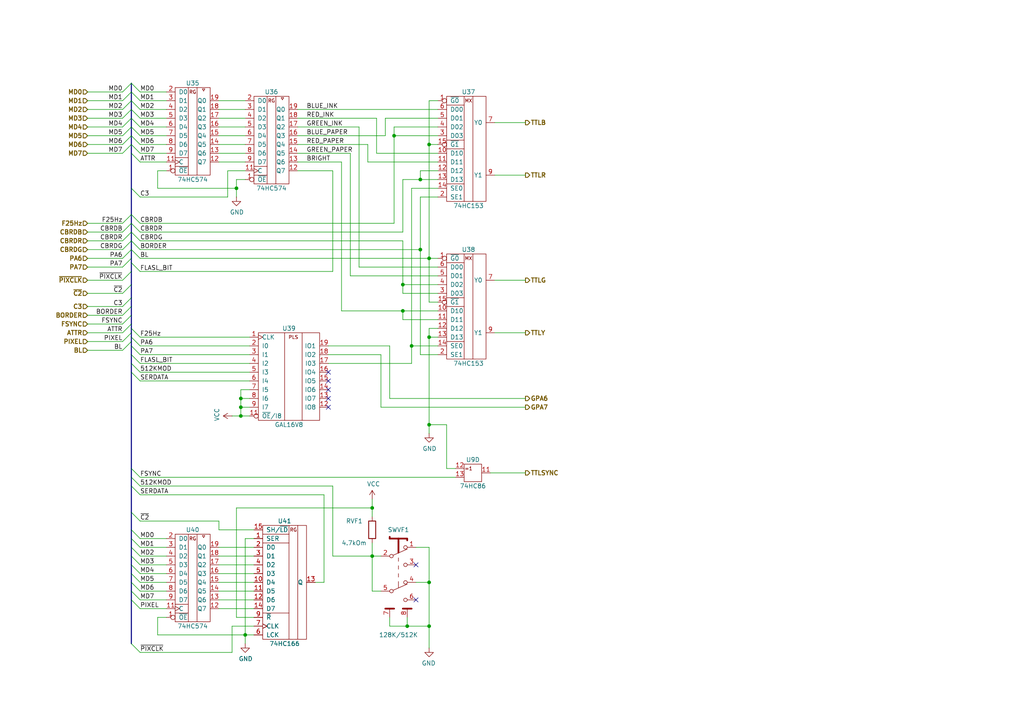
<source format=kicad_sch>
(kicad_sch (version 20231120) (generator "eeschema") (generator_version "8.0")
  (paper "A4")
  (lib_symbols
    (symbol "74IEC:74HC153" (pin_names (offset 1.016))
      (property "Reference" "U" (at 0 16.51 0))
      (property "Value" "74HC153" (at 0 -16.51 0))
      (symbol "74HC153_0_0"
        (polyline (pts (xy -6.35 -10.16) (xy -1.27 -10.16)))
        (polyline (pts (xy -6.35 0) (xy -1.27 0)))
        (polyline (pts (xy -6.35 2.54) (xy -1.27 2.54)))
        (polyline (pts (xy -6.35 12.7) (xy -1.27 12.7)))
        (text "MX" (at 0 13.97 0) (effects (font (size 1 1))))
      )
      (symbol "74HC153_0_1"
        (rectangle (start -6.35 -15.24) (end 5.08 15.24))
        (polyline (pts (xy -1.27 15.24) (xy -1.27 -15.24)))
        (polyline (pts (xy 1.27 -15.24) (xy 1.27 15.24)))
        (pin power_in line (at 5.08 15.24 180) (length 0) hide (name "VCC") (number "16"))
        (pin power_in line (at 5.08 -15.24 180) (length 0) hide (name "GND") (number "8"))
      )
      (symbol "74HC153_1_1"
        (pin input inverted (at -8.89 13.97 0) (length 2.54) (name "~{G0}") (number "1"))
        (pin input line (at -8.89 -1.27 0) (length 2.54) (name "D10") (number "10"))
        (pin input line (at -8.89 -3.81 0) (length 2.54) (name "D11") (number "11"))
        (pin input line (at -8.89 -6.35 0) (length 2.54) (name "D12") (number "12"))
        (pin input line (at -8.89 -8.89 0) (length 2.54) (name "D13") (number "13"))
        (pin input line (at -8.89 -11.43 0) (length 2.54) (name "SE0") (number "14"))
        (pin input inverted (at -8.89 1.27 0) (length 2.54) (name "~{G1}") (number "15"))
        (pin input line (at -8.89 -13.97 0) (length 2.54) (name "SE1") (number "2"))
        (pin input line (at -8.89 3.81 0) (length 2.54) (name "D03") (number "3"))
        (pin input line (at -8.89 6.35 0) (length 2.54) (name "D02") (number "4"))
        (pin input line (at -8.89 8.89 0) (length 2.54) (name "D01") (number "5"))
        (pin input line (at -8.89 11.43 0) (length 2.54) (name "D00") (number "6"))
        (pin output line (at 7.62 7.62 180) (length 2.54) (name "Y0") (number "7"))
        (pin output line (at 7.62 -7.62 180) (length 2.54) (name "Y1") (number "9"))
      )
    )
    (symbol "74IEC:74HC166" (pin_names (offset 1.016))
      (property "Reference" "U" (at 0 17.78 0))
      (property "Value" "74HC166" (at 0 -17.78 0))
      (symbol "74HC166_0_0"
        (polyline (pts (xy -6.35 13.97) (xy 1.27 13.97)))
        (polyline (pts (xy 3.81 16.51) (xy 3.81 -16.51)))
        (text "RG" (at 2.54 15.24 0) (effects (font (size 1 1))))
      )
      (symbol "74HC166_0_1"
        (rectangle (start -6.35 16.51) (end 6.35 -16.51))
        (polyline (pts (xy -6.35 -8.89) (xy 1.27 -8.89)))
        (polyline (pts (xy -6.35 11.43) (xy 1.27 11.43)))
        (polyline (pts (xy 1.27 13.97) (xy 1.27 16.51) (xy 1.27 -15.24) (xy 1.27 -16.51)))
        (pin power_in line (at 6.35 16.51 180) (length 0) hide (name "VCC") (number "16"))
        (pin power_in line (at 6.35 -16.51 180) (length 0) hide (name "GND") (number "8"))
      )
      (symbol "74HC166_1_1"
        (pin input line (at -8.89 12.7 0) (length 2.54) (name "SER") (number "1"))
        (pin input line (at -8.89 0 0) (length 2.54) (name "D4") (number "10"))
        (pin input line (at -8.89 -2.54 0) (length 2.54) (name "D5") (number "11"))
        (pin input line (at -8.89 -5.08 0) (length 2.54) (name "D6") (number "12"))
        (pin output line (at 8.89 0 180) (length 2.54) (name "Q") (number "13"))
        (pin input line (at -8.89 -7.62 0) (length 2.54) (name "D7") (number "14"))
        (pin input line (at -8.89 15.24 0) (length 2.54) (name "SH/~{LD}") (number "15"))
        (pin input line (at -8.89 10.16 0) (length 2.54) (name "D0") (number "2"))
        (pin input line (at -8.89 7.62 0) (length 2.54) (name "D1") (number "3"))
        (pin input line (at -8.89 5.08 0) (length 2.54) (name "D2") (number "4"))
        (pin input line (at -8.89 2.54 0) (length 2.54) (name "D3") (number "5"))
        (pin input line (at -8.89 -15.24 0) (length 2.54) (name "LCK") (number "6"))
        (pin input clock (at -8.89 -12.7 0) (length 2.54) (name "CLK") (number "7"))
        (pin input line (at -8.89 -10.16 0) (length 2.54) (name "~{R}") (number "9"))
      )
    )
    (symbol "74IEC:74HC574" (pin_names (offset 1.016))
      (property "Reference" "U" (at 0 13.97 0))
      (property "Value" "74HC574" (at 0 -13.97 0))
      (symbol "74HC574_0_1"
        (polyline (pts (xy -5.08 -7.62) (xy -1.27 -7.62)))
        (polyline (pts (xy -1.27 -10.16) (xy -5.08 -10.16)))
        (polyline (pts (xy -1.27 12.7) (xy -1.27 -12.7)))
        (polyline (pts (xy 1.27 -12.7) (xy 1.27 12.7)))
        (polyline (pts (xy 3.175 11.684) (xy 2.794 12.319) (xy 3.556 12.319) (xy 3.175 11.684)))
      )
      (symbol "74HC574_1_1"
        (rectangle (start -5.08 -12.7) (end 5.08 12.7))
        (text "RG" (at 0 11.43 0) (effects (font (size 1 1))))
        (pin input inverted (at -7.62 -11.43 0) (length 2.54) (name "~{OE}") (number "1"))
        (pin power_in line (at 5.08 -12.7 180) (length 0) hide (name "GND") (number "10"))
        (pin input clock (at -7.62 -8.89 0) (length 2.54) (name "C") (number "11"))
        (pin tri_state line (at 7.62 -8.89 180) (length 2.54) (name "Q7") (number "12"))
        (pin tri_state line (at 7.62 -6.35 180) (length 2.54) (name "Q6") (number "13"))
        (pin tri_state line (at 7.62 -3.81 180) (length 2.54) (name "Q5") (number "14"))
        (pin tri_state line (at 7.62 -1.27 180) (length 2.54) (name "Q4") (number "15"))
        (pin tri_state line (at 7.62 1.27 180) (length 2.54) (name "Q3") (number "16"))
        (pin tri_state line (at 7.62 3.81 180) (length 2.54) (name "Q2") (number "17"))
        (pin tri_state line (at 7.62 6.35 180) (length 2.54) (name "Q1") (number "18"))
        (pin tri_state line (at 7.62 8.89 180) (length 2.54) (name "Q0") (number "19"))
        (pin input line (at -7.62 11.43 0) (length 2.54) (name "D0") (number "2"))
        (pin power_in line (at 5.08 12.7 180) (length 0) hide (name "VCC") (number "20"))
        (pin input line (at -7.62 8.89 0) (length 2.54) (name "D1") (number "3"))
        (pin input line (at -7.62 6.35 0) (length 2.54) (name "D2") (number "4"))
        (pin input line (at -7.62 3.81 0) (length 2.54) (name "D3") (number "5"))
        (pin input line (at -7.62 1.27 0) (length 2.54) (name "D4") (number "6"))
        (pin input line (at -7.62 -1.27 0) (length 2.54) (name "D5") (number "7"))
        (pin input line (at -7.62 -3.81 0) (length 2.54) (name "D6") (number "8"))
        (pin input line (at -7.62 -6.35 0) (length 2.54) (name "D7") (number "9"))
      )
    )
    (symbol "74IEC:74HC86" (pin_names (offset 1.016) hide)
      (property "Reference" "U" (at 0 3.81 0))
      (property "Value" "74HC86" (at 0 -3.81 0))
      (symbol "74HC86_0_0"
        (text "=1" (at -1.27 1.27 0) (effects (font (size 1 1))))
      )
      (symbol "74HC86_0_1"
        (rectangle (start -2.54 -2.54) (end 2.54 2.54))
        (pin power_in line (at 2.54 2.54 180) (length 0) hide (name "VCC") (number "14"))
        (pin power_in line (at 2.54 -2.54 180) (length 0) hide (name "GND") (number "7"))
      )
      (symbol "74HC86_1_1"
        (pin input line (at -5.08 1.27 0) (length 2.54) (name "A") (number "1"))
        (pin input line (at -5.08 -1.27 0) (length 2.54) (name "B") (number "2"))
        (pin output line (at 5.08 0 180) (length 2.54) (name "Y") (number "3"))
      )
      (symbol "74HC86_2_1"
        (pin input line (at -5.08 1.27 0) (length 2.54) (name "A") (number "4"))
        (pin input line (at -5.08 -1.27 0) (length 2.54) (name "B") (number "5"))
        (pin output line (at 5.08 0 180) (length 2.54) (name "Y") (number "6"))
      )
      (symbol "74HC86_3_1"
        (pin input line (at -5.08 -1.27 0) (length 2.54) (name "B") (number "10"))
        (pin output line (at 5.08 0 180) (length 2.54) (name "Y") (number "8"))
        (pin input line (at -5.08 1.27 0) (length 2.54) (name "A") (number "9"))
      )
      (symbol "74HC86_4_1"
        (pin output line (at 5.08 0 180) (length 2.54) (name "Y") (number "11"))
        (pin input line (at -5.08 1.27 0) (length 2.54) (name "A") (number "12"))
        (pin input line (at -5.08 -1.27 0) (length 2.54) (name "B") (number "13"))
      )
    )
    (symbol "Device:R" (pin_numbers hide) (pin_names (offset 0))
      (property "Reference" "R" (at 2.032 0 90))
      (property "Value" "R" (at 0 0 90))
      (symbol "R_0_1"
        (rectangle (start -1.016 -2.54) (end 1.016 2.54) (stroke (width 0.254)))
      )
      (symbol "R_1_1"
        (pin passive line (at 0 3.81 270) (length 1.27) (name "~") (number "1"))
        (pin passive line (at 0 -3.81 90) (length 1.27) (name "~") (number "2"))
      )
    )
    (symbol "Gal:GAL16V8" (pin_names (offset 1.016))
      (property "Reference" "U" (at 0 13.97 0))
      (property "Value" "GAL16V8" (at 0 -13.97 0))
      (symbol "GAL16V8_0_0"
        (rectangle (start -8.89 12.7) (end 8.89 -12.7))
        (polyline (pts (xy -1.27 12.7) (xy -1.27 -12.7)))
        (polyline (pts (xy 3.81 12.7) (xy 3.81 -12.7)))
        (text "PLS" (at 1.27 11.43 0) (effects (font (size 1 1))))
      )
      (symbol "GAL16V8_0_1"
        (pin power_in line (at 8.89 -12.7 180) (length 0) hide (name "GND") (number "10"))
        (pin power_in line (at 8.89 12.7 180) (length 0) hide (name "VCC") (number "20"))
      )
      (symbol "GAL16V8_1_1"
        (pin input clock (at -11.43 11.43 0) (length 2.54) (name "CLK") (number "1"))
        (pin input inverted (at -11.43 -11.43 0) (length 2.54) (name "~{OE}/I8") (number "11"))
        (pin bidirectional line (at 11.43 -8.89 180) (length 2.54) (name "IO8") (number "12"))
        (pin bidirectional line (at 11.43 -6.35 180) (length 2.54) (name "IO7") (number "13"))
        (pin bidirectional line (at 11.43 -3.81 180) (length 2.54) (name "IO6") (number "14"))
        (pin bidirectional line (at 11.43 -1.27 180) (length 2.54) (name "IO5") (number "15"))
        (pin bidirectional line (at 11.43 1.27 180) (length 2.54) (name "IO4") (number "16"))
        (pin bidirectional line (at 11.43 3.81 180) (length 2.54) (name "I03") (number "17"))
        (pin bidirectional line (at 11.43 6.35 180) (length 2.54) (name "IO2") (number "18"))
        (pin bidirectional line (at 11.43 8.89 180) (length 2.54) (name "IO1") (number "19"))
        (pin input line (at -11.43 8.89 0) (length 2.54) (name "I0") (number "2"))
        (pin input line (at -11.43 6.35 0) (length 2.54) (name "I1") (number "3"))
        (pin input line (at -11.43 3.81 0) (length 2.54) (name "I2") (number "4"))
        (pin input line (at -11.43 1.27 0) (length 2.54) (name "I3") (number "5"))
        (pin input line (at -11.43 -1.27 0) (length 2.54) (name "I4") (number "6"))
        (pin input line (at -11.43 -3.81 0) (length 2.54) (name "I5") (number "7"))
        (pin input line (at -11.43 -6.35 0) (length 2.54) (name "I6") (number "8"))
        (pin input line (at -11.43 -8.89 0) (length 2.54) (name "I7") (number "9"))
      )
    )
    (symbol "power:GND" (power) (pin_numbers hide) (pin_names (offset 0) hide)
      (property "Value" "GND" (at 0 -3.81 0))
      (symbol "GND_0_1"
        (polyline (pts (xy 0 0) (xy 0 -1.27) (xy 1.27 -1.27) (xy 0 -2.54) (xy -1.27 -1.27) (xy 0 -1.27)))
      )
      (symbol "GND_1_1"
        (pin power_in line (at 0 0 270) (length 0) (name "~") (number "1"))
      )
    )
    (symbol "power:VCC" (power) (pin_numbers hide) (pin_names (offset 0) hide)
      (property "Value" "VCC" (at 0 3.556 0))
      (symbol "VCC_0_1"
        (polyline (pts (xy -0.762 1.27) (xy 0 2.54)))
        (polyline (pts (xy 0 0) (xy 0 2.54)))
        (polyline (pts (xy 0 2.54) (xy 0.762 1.27)))
      )
      (symbol "VCC_1_1"
        (pin power_in line (at 0 0 90) (length 0) (name "~") (number "1"))
      )
    )
    (symbol "zx_custom_symbol:SW_Push_DPDT" (pin_names hide)
      (property "Reference" "SWIO?" (at 0 10.16 0))
      (symbol "SW_Push_DPDT_0_0"
        (circle (center -2.032 -5.08) (radius 0.508))
        (circle (center -2.032 5.08) (radius 0.508))
        (circle (center 2.032 -7.62) (radius 0.508))
        (circle (center 2.032 2.54) (radius 0.508))
      )
      (symbol "SW_Push_DPDT_0_1"
        (polyline (pts (xy -3.81 -10.16) (xy -1.27 -10.16)) (stroke (width 0.5)))
        (polyline (pts (xy -2.54 10.668) (xy -2.54 10.16)) (stroke (width 0.5)))
        (polyline (pts (xy -1.524 -4.826) (xy 2.54 -3.048)))
        (polyline (pts (xy -1.524 5.334) (xy 2.54 7.112)))
        (polyline (pts (xy 0 -2.286) (xy 0 -4.064)))
        (polyline (pts (xy 0 -1.016) (xy 0 0)))
        (polyline (pts (xy 0 1.27) (xy 0 2.286)))
        (polyline (pts (xy 0 3.556) (xy 0 4.572)))
        (polyline (pts (xy 0 10.16) (xy 0 6.096)) (stroke (width 0.5)))
        (polyline (pts (xy 1.27 -10.16) (xy 3.81 -10.16)) (stroke (width 0.5)))
        (polyline (pts (xy -2.54 10.16) (xy 2.54 10.16) (xy 2.54 9.652)) (stroke (width 0.5)))
        (circle (center 2.032 -2.54) (radius 0.508))
        (circle (center 2.032 7.62) (radius 0.508))
      )
      (symbol "SW_Push_DPDT_1_1"
        (pin passive line (at 5.08 7.62 180) (length 2.54) (name "A") (number "1"))
        (pin passive line (at -5.08 5.08 0) (length 2.54) (name "B") (number "2"))
        (pin passive line (at 5.08 2.54 180) (length 2.54) (name "C") (number "3"))
        (pin passive line (at 5.08 -2.54 180) (length 2.54) (name "A") (number "4"))
        (pin passive line (at -5.08 -5.08 0) (length 2.54) (name "B") (number "5"))
        (pin passive line (at 5.08 -7.62 180) (length 2.54) (name "C") (number "6"))
        (pin passive line (at -2.54 -12.7 90) (length 2.54) (name "~") (number "7"))
        (pin passive line (at 2.54 -12.7 90) (length 2.54) (name "") (number "8"))
      )
    )
  )
  (junction (at 124.46 74.93))
  (junction (at 124.46 123.19))
  (junction (at 114.3 39.37))
  (junction (at 68.58 54.61))
  (junction (at 119.38 100.33))
  (junction (at 124.46 181.61))
  (junction (at 71.12 184.15))
  (junction (at 121.92 52.07))
  (junction (at 69.85 115.57))
  (junction (at 69.85 120.65))
  (junction (at 124.46 97.79))
  (junction (at 118.11 181.61))
  (junction (at 124.46 41.91))
  (junction (at 124.46 168.91))
  (junction (at 116.84 90.17))
  (junction (at 116.84 82.55))
  (junction (at 121.92 72.39))
  (junction (at 107.95 161.29))
  (junction (at 69.85 118.11))
  (junction (at 107.95 147.32))
  (no_connect (at 95.25 115.57))
  (no_connect (at 95.25 118.11))
  (no_connect (at 120.65 163.83))
  (no_connect (at 95.25 110.49))
  (no_connect (at 95.25 107.95))
  (no_connect (at 120.65 173.99))
  (no_connect (at 95.25 113.03))
  (bus_entry (at 35.56 34.29) (size 2.54 -2.54))
  (bus_entry (at 35.56 93.98) (size 2.54 -2.54))
  (bus_entry (at 35.56 31.75) (size 2.54 -2.54))
  (bus_entry (at 38.1 95.25) (size 2.54 2.54))
  (bus_entry (at 38.1 100.33) (size 2.54 2.54))
  (bus_entry (at 40.64 31.75) (size -2.54 -2.54))
  (bus_entry (at 40.64 44.45) (size -2.54 -2.54))
  (bus_entry (at 40.64 156.21) (size -2.54 -2.54))
  (bus_entry (at 38.1 102.87) (size 2.54 2.54))
  (bus_entry (at 40.64 39.37) (size -2.54 -2.54))
  (bus_entry (at 38.1 161.29) (size 2.54 2.54))
  (bus_entry (at 38.1 62.23) (size 2.54 2.54))
  (bus_entry (at 40.64 36.83) (size -2.54 -2.54))
  (bus_entry (at 38.1 44.45) (size 2.54 2.54))
  (bus_entry (at 35.56 64.77) (size 2.54 -2.54))
  (bus_entry (at 40.64 173.99) (size -2.54 -2.54))
  (bus_entry (at 35.56 44.45) (size 2.54 -2.54))
  (bus_entry (at 35.56 91.44) (size 2.54 -2.54))
  (bus_entry (at 35.56 85.09) (size 2.54 -2.54))
  (bus_entry (at 38.1 54.61) (size 2.54 2.54))
  (bus_entry (at 38.1 156.21) (size 2.54 2.54))
  (bus_entry (at 38.1 138.43) (size 2.54 2.54))
  (bus_entry (at 38.1 186.69) (size 2.54 2.54))
  (bus_entry (at 38.1 173.99) (size 2.54 2.54))
  (bus_entry (at 35.56 26.67) (size 2.54 -2.54))
  (bus_entry (at 38.1 64.77) (size 2.54 2.54))
  (bus_entry (at 38.1 148.59) (size 2.54 2.54))
  (bus_entry (at 35.56 88.9) (size 2.54 -2.54))
  (bus_entry (at 35.56 67.31) (size 2.54 -2.54))
  (bus_entry (at 35.56 41.91) (size 2.54 -2.54))
  (bus_entry (at 40.64 34.29) (size -2.54 -2.54))
  (bus_entry (at 35.56 96.52) (size 2.54 -2.54))
  (bus_entry (at 35.56 69.85) (size 2.54 -2.54))
  (bus_entry (at 35.56 101.6) (size 2.54 -2.54))
  (bus_entry (at 35.56 77.47) (size 2.54 -2.54))
  (bus_entry (at 38.1 26.67) (size 2.54 2.54))
  (bus_entry (at 40.64 26.67) (size -2.54 -2.54))
  (bus_entry (at 38.1 76.2) (size 2.54 2.54))
  (bus_entry (at 38.1 163.83) (size 2.54 2.54))
  (bus_entry (at 40.64 161.29) (size -2.54 -2.54))
  (bus_entry (at 38.1 97.79) (size 2.54 2.54))
  (bus_entry (at 38.1 69.85) (size 2.54 2.54))
  (bus_entry (at 35.56 99.06) (size 2.54 -2.54))
  (bus_entry (at 38.1 72.39) (size 2.54 2.54))
  (bus_entry (at 35.56 36.83) (size 2.54 -2.54))
  (bus_entry (at 35.56 81.28) (size 2.54 -2.54))
  (bus_entry (at 40.64 171.45) (size -2.54 -2.54))
  (bus_entry (at 35.56 29.21) (size 2.54 -2.54))
  (bus_entry (at 38.1 67.31) (size 2.54 2.54))
  (bus_entry (at 35.56 39.37) (size 2.54 -2.54))
  (bus_entry (at 35.56 72.39) (size 2.54 -2.54))
  (bus_entry (at 40.64 41.91) (size -2.54 -2.54))
  (bus_entry (at 35.56 74.93) (size 2.54 -2.54))
  (bus_entry (at 40.64 168.91) (size -2.54 -2.54))
  (bus_entry (at 38.1 107.95) (size 2.54 2.54))
  (bus_entry (at 38.1 105.41) (size 2.54 2.54))
  (bus_entry (at 38.1 135.89) (size 2.54 2.54))
  (bus_entry (at 38.1 140.97) (size 2.54 2.54))
  (wire (pts (xy 119.38 100.33) (xy 119.38 105.41)))
  (bus (pts (xy 38.1 163.83) (xy 38.1 166.37)))
  (bus (pts (xy 38.1 140.97) (xy 38.1 148.59)))
  (wire (pts (xy 127 54.61) (xy 119.38 54.61)))
  (wire (pts (xy 40.64 29.21) (xy 48.26 29.21)))
  (wire (pts (xy 40.64 163.83) (xy 48.26 163.83)))
  (wire (pts (xy 40.64 156.21) (xy 48.26 156.21)))
  (wire (pts (xy 114.3 39.37) (xy 127 39.37)))
  (wire (pts (xy 40.64 102.87) (xy 72.39 102.87)))
  (wire (pts (xy 72.39 110.49) (xy 40.64 110.49)))
  (wire (pts (xy 109.22 34.29) (xy 109.22 44.45)))
  (wire (pts (xy 107.95 161.29) (xy 96.52 161.29)))
  (wire (pts (xy 143.51 96.52) (xy 152.4 96.52)))
  (wire (pts (xy 71.12 49.53) (xy 66.04 49.53)))
  (wire (pts (xy 96.52 78.74) (xy 96.52 49.53)))
  (wire (pts (xy 124.46 168.91) (xy 124.46 181.61)))
  (bus (pts (xy 38.1 24.13) (xy 38.1 26.67)))
  (wire (pts (xy 72.39 120.65) (xy 69.85 120.65)))
  (wire (pts (xy 40.64 168.91) (xy 48.26 168.91)))
  (wire (pts (xy 116.84 82.55) (xy 127 82.55)))
  (wire (pts (xy 40.64 171.45) (xy 48.26 171.45)))
  (bus (pts (xy 38.1 39.37) (xy 38.1 41.91)))
  (bus (pts (xy 38.1 148.59) (xy 38.1 153.67)))
  (wire (pts (xy 63.5 166.37) (xy 73.66 166.37)))
  (wire (pts (xy 124.46 29.21) (xy 124.46 41.91)))
  (wire (pts (xy 25.4 101.6) (xy 35.56 101.6)))
  (wire (pts (xy 96.52 161.29) (xy 96.52 140.97)))
  (bus (pts (xy 38.1 62.23) (xy 38.1 64.77)))
  (wire (pts (xy 25.4 74.93) (xy 35.56 74.93)))
  (wire (pts (xy 101.6 80.01) (xy 127 80.01)))
  (wire (pts (xy 107.95 161.29) (xy 110.49 161.29)))
  (wire (pts (xy 40.64 44.45) (xy 48.26 44.45)))
  (wire (pts (xy 73.66 184.15) (xy 71.12 184.15)))
  (wire (pts (xy 63.5 153.67) (xy 73.66 153.67)))
  (wire (pts (xy 48.26 49.53) (xy 45.72 49.53)))
  (wire (pts (xy 25.4 77.47) (xy 35.56 77.47)))
  (wire (pts (xy 35.56 67.31) (xy 25.4 67.31)))
  (wire (pts (xy 91.44 168.91) (xy 93.98 168.91)))
  (bus (pts (xy 38.1 74.93) (xy 38.1 76.2)))
  (bus (pts (xy 38.1 158.75) (xy 38.1 161.29)))
  (wire (pts (xy 120.65 158.75) (xy 124.46 158.75)))
  (wire (pts (xy 40.64 140.97) (xy 96.52 140.97)))
  (wire (pts (xy 124.46 181.61) (xy 124.46 187.96)))
  (wire (pts (xy 66.04 57.15) (xy 40.64 57.15)))
  (wire (pts (xy 40.64 72.39) (xy 121.92 72.39)))
  (wire (pts (xy 95.25 105.41) (xy 119.38 105.41)))
  (wire (pts (xy 109.22 44.45) (xy 127 44.45)))
  (bus (pts (xy 38.1 72.39) (xy 38.1 74.93)))
  (wire (pts (xy 71.12 156.21) (xy 73.66 156.21)))
  (wire (pts (xy 127 29.21) (xy 124.46 29.21)))
  (wire (pts (xy 107.95 147.32) (xy 107.95 149.86)))
  (wire (pts (xy 121.92 52.07) (xy 127 52.07)))
  (wire (pts (xy 73.66 181.61) (xy 67.31 181.61)))
  (wire (pts (xy 69.85 120.65) (xy 69.85 118.11)))
  (wire (pts (xy 121.92 49.53) (xy 121.92 52.07)))
  (wire (pts (xy 113.03 179.07) (xy 113.03 181.61)))
  (wire (pts (xy 25.4 41.91) (xy 35.56 41.91)))
  (wire (pts (xy 95.25 100.33) (xy 113.03 100.33)))
  (wire (pts (xy 127 102.87) (xy 121.92 102.87)))
  (wire (pts (xy 25.4 96.52) (xy 35.56 96.52)))
  (wire (pts (xy 124.46 74.93) (xy 40.64 74.93)))
  (wire (pts (xy 119.38 100.33) (xy 127 100.33)))
  (bus (pts (xy 38.1 67.31) (xy 38.1 69.85)))
  (bus (pts (xy 38.1 173.99) (xy 38.1 186.69)))
  (bus (pts (xy 38.1 166.37) (xy 38.1 168.91)))
  (wire (pts (xy 124.46 97.79) (xy 127 97.79)))
  (wire (pts (xy 127 85.09) (xy 116.84 85.09)))
  (wire (pts (xy 63.5 158.75) (xy 73.66 158.75)))
  (wire (pts (xy 127 46.99) (xy 106.68 46.99)))
  (wire (pts (xy 25.4 91.44) (xy 35.56 91.44)))
  (wire (pts (xy 104.14 77.47) (xy 127 77.47)))
  (bus (pts (xy 38.1 107.95) (xy 38.1 135.89)))
  (wire (pts (xy 25.4 64.77) (xy 35.56 64.77)))
  (wire (pts (xy 116.84 90.17) (xy 116.84 92.71)))
  (wire (pts (xy 69.85 113.03) (xy 69.85 115.57)))
  (wire (pts (xy 63.5 34.29) (xy 71.12 34.29)))
  (wire (pts (xy 127 90.17) (xy 116.84 90.17)))
  (wire (pts (xy 45.72 49.53) (xy 45.72 54.61)))
  (bus (pts (xy 38.1 93.98) (xy 38.1 95.25)))
  (wire (pts (xy 40.64 26.67) (xy 48.26 26.67)))
  (wire (pts (xy 119.38 54.61) (xy 119.38 100.33)))
  (wire (pts (xy 72.39 113.03) (xy 69.85 113.03)))
  (wire (pts (xy 99.06 46.99) (xy 86.36 46.99)))
  (wire (pts (xy 71.12 184.15) (xy 45.72 184.15)))
  (wire (pts (xy 114.3 39.37) (xy 114.3 64.77)))
  (wire (pts (xy 25.4 44.45) (xy 35.56 44.45)))
  (wire (pts (xy 25.4 39.37) (xy 35.56 39.37)))
  (wire (pts (xy 69.85 118.11) (xy 69.85 115.57)))
  (wire (pts (xy 67.31 181.61) (xy 67.31 189.23)))
  (wire (pts (xy 63.5 153.67) (xy 63.5 151.13)))
  (wire (pts (xy 71.12 184.15) (xy 71.12 156.21)))
  (wire (pts (xy 63.5 163.83) (xy 73.66 163.83)))
  (wire (pts (xy 107.95 147.32) (xy 107.95 144.78)))
  (bus (pts (xy 38.1 102.87) (xy 38.1 105.41)))
  (wire (pts (xy 124.46 123.19) (xy 129.54 123.19)))
  (wire (pts (xy 93.98 143.51) (xy 40.64 143.51)))
  (wire (pts (xy 25.4 99.06) (xy 35.56 99.06)))
  (bus (pts (xy 38.1 69.85) (xy 38.1 72.39)))
  (wire (pts (xy 86.36 31.75) (xy 127 31.75)))
  (wire (pts (xy 121.92 72.39) (xy 121.92 102.87)))
  (wire (pts (xy 72.39 100.33) (xy 40.64 100.33)))
  (wire (pts (xy 118.11 179.07) (xy 118.11 181.61)))
  (bus (pts (xy 38.1 138.43) (xy 38.1 140.97)))
  (wire (pts (xy 45.72 54.61) (xy 68.58 54.61)))
  (wire (pts (xy 116.84 92.71) (xy 127 92.71)))
  (wire (pts (xy 124.46 74.93) (xy 127 74.93)))
  (wire (pts (xy 40.64 34.29) (xy 48.26 34.29)))
  (wire (pts (xy 25.4 31.75) (xy 35.56 31.75)))
  (wire (pts (xy 106.68 46.99) (xy 106.68 41.91)))
  (wire (pts (xy 63.5 31.75) (xy 71.12 31.75)))
  (wire (pts (xy 71.12 52.07) (xy 68.58 52.07)))
  (wire (pts (xy 113.03 181.61) (xy 118.11 181.61)))
  (wire (pts (xy 116.84 52.07) (xy 116.84 67.31)))
  (wire (pts (xy 110.49 102.87) (xy 110.49 118.11)))
  (bus (pts (xy 38.1 88.9) (xy 38.1 91.44)))
  (wire (pts (xy 67.31 189.23) (xy 40.64 189.23)))
  (bus (pts (xy 38.1 54.61) (xy 38.1 62.23)))
  (wire (pts (xy 143.51 50.8) (xy 152.4 50.8)))
  (wire (pts (xy 68.58 147.32) (xy 107.95 147.32)))
  (wire (pts (xy 63.5 36.83) (xy 71.12 36.83)))
  (bus (pts (xy 38.1 64.77) (xy 38.1 67.31)))
  (wire (pts (xy 69.85 115.57) (xy 72.39 115.57)))
  (wire (pts (xy 40.64 105.41) (xy 72.39 105.41)))
  (wire (pts (xy 127 34.29) (xy 111.76 34.29)))
  (wire (pts (xy 110.49 171.45) (xy 107.95 171.45)))
  (wire (pts (xy 110.49 118.11) (xy 152.4 118.11)))
  (wire (pts (xy 71.12 184.15) (xy 71.12 186.69)))
  (wire (pts (xy 116.84 69.85) (xy 40.64 69.85)))
  (wire (pts (xy 63.5 151.13) (xy 40.64 151.13)))
  (bus (pts (xy 38.1 97.79) (xy 38.1 99.06)))
  (wire (pts (xy 63.5 168.91) (xy 73.66 168.91)))
  (wire (pts (xy 93.98 168.91) (xy 93.98 143.51)))
  (wire (pts (xy 86.36 39.37) (xy 111.76 39.37)))
  (wire (pts (xy 40.64 166.37) (xy 48.26 166.37)))
  (wire (pts (xy 111.76 34.29) (xy 111.76 39.37)))
  (wire (pts (xy 48.26 179.07) (xy 45.72 179.07)))
  (bus (pts (xy 38.1 76.2) (xy 38.1 78.74)))
  (wire (pts (xy 63.5 161.29) (xy 73.66 161.29)))
  (bus (pts (xy 38.1 96.52) (xy 38.1 97.79)))
  (wire (pts (xy 25.4 34.29) (xy 35.56 34.29)))
  (wire (pts (xy 25.4 29.21) (xy 35.56 29.21)))
  (wire (pts (xy 40.64 78.74) (xy 96.52 78.74)))
  (wire (pts (xy 124.46 168.91) (xy 120.65 168.91)))
  (wire (pts (xy 124.46 87.63) (xy 127 87.63)))
  (wire (pts (xy 129.54 123.19) (xy 129.54 135.89)))
  (bus (pts (xy 38.1 34.29) (xy 38.1 36.83)))
  (wire (pts (xy 72.39 118.11) (xy 69.85 118.11)))
  (bus (pts (xy 38.1 171.45) (xy 38.1 173.99)))
  (wire (pts (xy 143.51 35.56) (xy 152.4 35.56)))
  (wire (pts (xy 127 95.25) (xy 124.46 95.25)))
  (wire (pts (xy 101.6 44.45) (xy 101.6 80.01)))
  (wire (pts (xy 96.52 49.53) (xy 86.36 49.53)))
  (wire (pts (xy 25.4 88.9) (xy 35.56 88.9)))
  (wire (pts (xy 107.95 161.29) (xy 107.95 157.48)))
  (wire (pts (xy 116.84 67.31) (xy 40.64 67.31)))
  (wire (pts (xy 67.31 120.65) (xy 69.85 120.65)))
  (bus (pts (xy 38.1 26.67) (xy 38.1 29.21)))
  (wire (pts (xy 66.04 49.53) (xy 66.04 57.15)))
  (wire (pts (xy 86.36 44.45) (xy 101.6 44.45)))
  (wire (pts (xy 68.58 54.61) (xy 68.58 57.15)))
  (wire (pts (xy 116.84 90.17) (xy 99.06 90.17)))
  (wire (pts (xy 25.4 93.98) (xy 35.56 93.98)))
  (wire (pts (xy 40.64 31.75) (xy 48.26 31.75)))
  (wire (pts (xy 114.3 64.77) (xy 40.64 64.77)))
  (wire (pts (xy 127 41.91) (xy 124.46 41.91)))
  (wire (pts (xy 121.92 52.07) (xy 116.84 52.07)))
  (bus (pts (xy 38.1 99.06) (xy 38.1 100.33)))
  (bus (pts (xy 38.1 153.67) (xy 38.1 156.21)))
  (wire (pts (xy 142.24 137.16) (xy 152.4 137.16)))
  (bus (pts (xy 38.1 78.74) (xy 38.1 82.55)))
  (wire (pts (xy 35.56 72.39) (xy 25.4 72.39)))
  (wire (pts (xy 63.5 176.53) (xy 73.66 176.53)))
  (wire (pts (xy 118.11 181.61) (xy 124.46 181.61)))
  (wire (pts (xy 68.58 147.32) (xy 68.58 179.07)))
  (wire (pts (xy 114.3 36.83) (xy 114.3 39.37)))
  (bus (pts (xy 38.1 44.45) (xy 38.1 54.61)))
  (bus (pts (xy 38.1 31.75) (xy 38.1 34.29)))
  (wire (pts (xy 40.64 158.75) (xy 48.26 158.75)))
  (wire (pts (xy 106.68 41.91) (xy 86.36 41.91)))
  (wire (pts (xy 40.64 41.91) (xy 48.26 41.91)))
  (wire (pts (xy 63.5 39.37) (xy 71.12 39.37)))
  (wire (pts (xy 63.5 173.99) (xy 73.66 173.99)))
  (wire (pts (xy 63.5 29.21) (xy 71.12 29.21)))
  (wire (pts (xy 143.51 81.28) (xy 152.4 81.28)))
  (wire (pts (xy 107.95 171.45) (xy 107.95 161.29)))
  (wire (pts (xy 45.72 179.07) (xy 45.72 184.15)))
  (wire (pts (xy 99.06 90.17) (xy 99.06 46.99)))
  (wire (pts (xy 40.64 161.29) (xy 48.26 161.29)))
  (bus (pts (xy 38.1 105.41) (xy 38.1 107.95)))
  (bus (pts (xy 38.1 82.55) (xy 38.1 86.36)))
  (wire (pts (xy 132.08 135.89) (xy 129.54 135.89)))
  (wire (pts (xy 124.46 41.91) (xy 124.46 74.93)))
  (wire (pts (xy 68.58 52.07) (xy 68.58 54.61)))
  (wire (pts (xy 63.5 44.45) (xy 71.12 44.45)))
  (wire (pts (xy 124.46 95.25) (xy 124.46 97.79)))
  (wire (pts (xy 63.5 46.99) (xy 71.12 46.99)))
  (wire (pts (xy 86.36 34.29) (xy 109.22 34.29)))
  (bus (pts (xy 38.1 86.36) (xy 38.1 88.9)))
  (wire (pts (xy 48.26 46.99) (xy 40.64 46.99)))
  (wire (pts (xy 113.03 100.33) (xy 113.03 115.57)))
  (bus (pts (xy 38.1 161.29) (xy 38.1 163.83)))
  (bus (pts (xy 38.1 156.21) (xy 38.1 158.75)))
  (wire (pts (xy 86.36 36.83) (xy 104.14 36.83)))
  (wire (pts (xy 104.14 36.83) (xy 104.14 77.47)))
  (bus (pts (xy 38.1 29.21) (xy 38.1 31.75)))
  (wire (pts (xy 25.4 81.28) (xy 35.56 81.28)))
  (wire (pts (xy 40.64 39.37) (xy 48.26 39.37)))
  (bus (pts (xy 38.1 91.44) (xy 38.1 93.98)))
  (bus (pts (xy 38.1 135.89) (xy 38.1 138.43)))
  (wire (pts (xy 121.92 57.15) (xy 121.92 72.39)))
  (wire (pts (xy 113.03 115.57) (xy 152.4 115.57)))
  (wire (pts (xy 68.58 179.07) (xy 73.66 179.07)))
  (wire (pts (xy 127 36.83) (xy 114.3 36.83)))
  (bus (pts (xy 38.1 36.83) (xy 38.1 39.37)))
  (bus (pts (xy 38.1 41.91) (xy 38.1 44.45)))
  (wire (pts (xy 127 49.53) (xy 121.92 49.53)))
  (wire (pts (xy 124.46 97.79) (xy 124.46 123.19)))
  (wire (pts (xy 35.56 69.85) (xy 25.4 69.85)))
  (wire (pts (xy 72.39 97.79) (xy 40.64 97.79)))
  (wire (pts (xy 116.84 85.09) (xy 116.84 82.55)))
  (wire (pts (xy 124.46 123.19) (xy 124.46 125.73)))
  (bus (pts (xy 38.1 95.25) (xy 38.1 96.52)))
  (bus (pts (xy 38.1 100.33) (xy 38.1 102.87)))
  (wire (pts (xy 116.84 82.55) (xy 116.84 69.85)))
  (wire (pts (xy 95.25 102.87) (xy 110.49 102.87)))
  (bus (pts (xy 38.1 168.91) (xy 38.1 171.45)))
  (wire (pts (xy 132.08 138.43) (xy 40.64 138.43)))
  (wire (pts (xy 124.46 74.93) (xy 124.46 87.63)))
  (wire (pts (xy 25.4 26.67) (xy 35.56 26.67)))
  (wire (pts (xy 127 57.15) (xy 121.92 57.15)))
  (wire (pts (xy 40.64 107.95) (xy 72.39 107.95)))
  (wire (pts (xy 63.5 41.91) (xy 71.12 41.91)))
  (wire (pts (xy 124.46 158.75) (xy 124.46 168.91)))
  (wire (pts (xy 40.64 173.99) (xy 48.26 173.99)))
  (wire (pts (xy 48.26 176.53) (xy 40.64 176.53)))
  (wire (pts (xy 25.4 85.09) (xy 35.56 85.09)))
  (wire (pts (xy 63.5 171.45) (xy 73.66 171.45)))
  (wire (pts (xy 25.4 36.83) (xy 35.56 36.83)))
  (wire (pts (xy 40.64 36.83) (xy 48.26 36.83)))
  (label "MD3" (at 40.64 34.29 0))
  (label "ATTR" (at 40.64 46.99 0))
  (label "MD5" (at 40.64 39.37 0))
  (label "BL" (at 35.56 101.6 180))
  (label "MD2" (at 40.64 31.75 0))
  (label "512KMOD" (at 40.64 107.95 0))
  (label "MD2" (at 40.64 161.29 0))
  (label "MD4" (at 35.56 36.83 180))
  (label "PA7" (at 35.56 77.47 180))
  (label "BLUE_PAPER" (at 88.9 39.37 0))
  (label "FSYNC" (at 35.56 93.98 180))
  (label "GREEN_INK" (at 88.9 36.83 0))
  (label "FLASL_BIT" (at 40.64 105.41 0))
  (label "MD2" (at 35.56 31.75 180))
  (label "GREEN_PAPER" (at 88.9 44.45 0))
  (label "MD3" (at 40.64 163.83 0))
  (label "CBRDR" (at 35.56 69.85 180))
  (label "PIXEL" (at 40.64 176.53 0))
  (label "C3" (at 35.56 88.9 180))
  (label "F25Hz" (at 40.64 97.79 0))
  (label "MD6" (at 35.56 41.91 180))
  (label "MD4" (at 40.64 36.83 0))
  (label "MD0" (at 40.64 26.67 0))
  (label "BRIGHT" (at 88.9 46.99 0))
  (label "CBRDB" (at 40.64 64.77 0))
  (label "MD7" (at 40.64 173.99 0))
  (label "MD5" (at 40.64 168.91 0))
  (label "MD0" (at 40.64 156.21 0))
  (label "512KMOD" (at 40.64 140.97 0))
  (label "MD3" (at 35.56 34.29 180))
  (label "RED_INK" (at 88.9 34.29 0))
  (label "C3" (at 40.64 57.15 0))
  (label "~{PIXCLK}" (at 40.64 189.23 0))
  (label "FLASL_BIT" (at 40.64 78.74 0))
  (label "MD7" (at 40.64 44.45 0))
  (label "F25Hz" (at 35.56 64.77 180))
  (label "FSYNC" (at 40.64 138.43 0))
  (label "MD0" (at 35.56 26.67 180))
  (label "~{PIXCLK}" (at 35.56 81.28 180))
  (label "BL" (at 40.64 74.93 0))
  (label "SERDATA" (at 40.64 143.51 0))
  (label "CBRDG" (at 40.64 69.85 0))
  (label "ATTR" (at 35.56 96.52 180))
  (label "MD4" (at 40.64 166.37 0))
  (label "~{C2}" (at 40.64 151.13 0))
  (label "MD5" (at 35.56 39.37 180))
  (label "BORDER" (at 35.56 91.44 180))
  (label "SERDATA" (at 40.64 110.49 0))
  (label "MD7" (at 35.56 44.45 180))
  (label "PA6" (at 35.56 74.93 180))
  (label "CBRDG" (at 35.56 72.39 180))
  (label "RED_PAPER" (at 88.9 41.91 0))
  (label "BORDER" (at 40.64 72.39 0))
  (label "~{C2}" (at 35.56 85.09 180))
  (label "PA7" (at 40.64 102.87 0))
  (label "CBRDR" (at 40.64 67.31 0))
  (label "MD6" (at 40.64 41.91 0))
  (label "MD6" (at 40.64 171.45 0))
  (label "PIXEL" (at 35.56 99.06 180))
  (label "MD1" (at 40.64 29.21 0))
  (label "BLUE_INK" (at 88.9 31.75 0))
  (label "PA6" (at 40.64 100.33 0))
  (label "CBRDB" (at 35.56 67.31 180))
  (label "MD1" (at 35.56 29.21 180))
  (label "MD1" (at 40.64 158.75 0))
  (hierarchical_label "MD4" (shape input) (at 25.4 36.83 180) (effects (font (thickness 0.254) (bold yes))))
  (hierarchical_label "~{PIXCLK}" (shape input) (at 25.4 81.28 180) (effects (font (thickness 0.254) (bold yes))))
  (hierarchical_label "C3" (shape input) (at 25.4 88.9 180) (effects (font (thickness 0.254) (bold yes))))
  (hierarchical_label "CBRDG" (shape input) (at 25.4 72.39 180) (effects (font (thickness 0.254) (bold yes))))
  (hierarchical_label "PA7" (shape input) (at 25.4 77.47 180) (effects (font (thickness 0.254) (bold yes))))
  (hierarchical_label "BORDER" (shape input) (at 25.4 91.44 180) (effects (font (thickness 0.254) (bold yes))))
  (hierarchical_label "MD0" (shape input) (at 25.4 26.67 180) (effects (font (thickness 0.254) (bold yes))))
  (hierarchical_label "MD6" (shape input) (at 25.4 41.91 180) (effects (font (thickness 0.254) (bold yes))))
  (hierarchical_label "TTLB" (shape output) (at 152.4 35.56 0) (effects (font (thickness 0.254) (bold yes))))
  (hierarchical_label "TTLR" (shape output) (at 152.4 50.8 0) (effects (font (thickness 0.254) (bold yes))))
  (hierarchical_label "F25Hz" (shape input) (at 25.4 64.77 180) (effects (font (thickness 0.254) (bold yes))))
  (hierarchical_label "GPA7" (shape output) (at 152.4 118.11 0) (effects (font (thickness 0.254) (bold yes))))
  (hierarchical_label "MD1" (shape input) (at 25.4 29.21 180) (effects (font (thickness 0.254) (bold yes))))
  (hierarchical_label "MD5" (shape input) (at 25.4 39.37 180) (effects (font (thickness 0.254) (bold yes))))
  (hierarchical_label "GPA6" (shape output) (at 152.4 115.57 0) (effects (font (thickness 0.254) (bold yes))))
  (hierarchical_label "TTLG" (shape output) (at 152.4 81.28 0) (effects (font (thickness 0.254) (bold yes))))
  (hierarchical_label "MD2" (shape input) (at 25.4 31.75 180) (effects (font (thickness 0.254) (bold yes))))
  (hierarchical_label "MD3" (shape input) (at 25.4 34.29 180) (effects (font (thickness 0.254) (bold yes))))
  (hierarchical_label "TTLSYNC" (shape output) (at 152.4 137.16 0) (effects (font (thickness 0.254) (bold yes))))
  (hierarchical_label "PA6" (shape input) (at 25.4 74.93 180) (effects (font (thickness 0.254) (bold yes))))
  (hierarchical_label "BL" (shape input) (at 25.4 101.6 180) (effects (font (thickness 0.254) (bold yes))))
  (hierarchical_label "ATTR" (shape input) (at 25.4 96.52 180) (effects (font (thickness 0.254) (bold yes))))
  (hierarchical_label "FSYNC" (shape input) (at 25.4 93.98 180) (effects (font (thickness 0.254) (bold yes))))
  (hierarchical_label "PIXEL" (shape input) (at 25.4 99.06 180) (effects (font (thickness 0.254) (bold yes))))
  (hierarchical_label "TTLY" (shape output) (at 152.4 96.52 0) (effects (font (thickness 0.254) (bold yes))))
  (hierarchical_label "CBRDB" (shape input) (at 25.4 67.31 180) (effects (font (thickness 0.254) (bold yes))))
  (hierarchical_label "~{C2}" (shape input) (at 25.4 85.09 180) (effects (font (thickness 0.254) (bold yes))))
  (hierarchical_label "MD7" (shape input) (at 25.4 44.45 180) (effects (font (thickness 0.254) (bold yes))))
  (hierarchical_label "CBRDR" (shape input) (at 25.4 69.85 180) (effects (font (thickness 0.254) (bold yes))))
  (symbol (lib_id "power:GND") (at 68.58 57.15 0) (unit 1)
    (property "Reference" "#PWR059" (effects (hide yes)))
    (property "Value" "GND" (at 68.707 61.5442 0))
    (property "Description" "Power symbol creates a global label with name \"GND\" , ground" (effects (hide yes)))
  )
  (symbol (lib_id "74IEC:74HC574") (at 55.88 167.64 0) (unit 1)
    (property "Reference" "U40" (at 55.88 153.67 0))
    (property "Value" "74HC574" (at 55.88 181.61 0))
    (property "Footprint" "Package_DIP:DIP-20_W7.62mm" (effects (hide yes)))
    (property "Datasheet" "https://www.ti.com/lit/ug/scyd013b/scyd013b.pdf" (effects (hide yes)))
    (property "Description" "Octal Edge-Triggered D-Type Flip-flops With 3-State Outputs" (effects (hide yes)))
  )
  (symbol (lib_id "74IEC:74HC166") (at 82.55 168.91 0) (unit 1)
    (property "Reference" "U41" (at 82.55 151.13 0))
    (property "Value" "74HC166" (at 82.55 186.69 0))
    (property "Footprint" "Package_DIP:DIP-16_W7.62mm" (effects (hide yes)))
    (property "Datasheet" "https://www.ti.com/lit/ug/scyd013b/scyd013b.pdf" (effects (hide yes)))
    (property "Description" "8-bit Parallel-Load Shift Registers" (effects (hide yes)))
  )
  (symbol (lib_id "power:GND") (at 71.12 186.69 0) (unit 1)
    (property "Reference" "#PWR063" (effects (hide yes)))
    (property "Value" "GND" (at 71.247 191.0842 0))
    (property "Description" "Power symbol creates a global label with name \"GND\" , ground" (effects (hide yes)))
  )
  (symbol (lib_id "power:GND") (at 124.46 125.73 0) (unit 1)
    (property "Reference" "#PWR061" (effects (hide yes)))
    (property "Value" "GND" (at 124.587 130.1242 0))
    (property "Description" "Power symbol creates a global label with name \"GND\" , ground" (effects (hide yes)))
  )
  (symbol (lib_id "Gal:GAL16V8") (at 83.82 109.22 0) (unit 1)
    (property "Reference" "U39" (at 83.82 95.25 0))
    (property "Value" "GAL16V8" (at 83.82 123.19 0))
    (property "Footprint" "Package_DIP:DIP-20_W7.62mm" (effects (hide yes)))
    (property "Datasheet" "https://www.latticesemi.com/-/media/LatticeSemi/Documents/DataSheets/GAL/GAL16V8DataSheet.ashx?document_id=106" (effects (hide yes)))
  )
  (symbol (lib_id "zx_custom_symbol:SW_Push_DPDT") (at 115.57 166.37 0) (unit 1)
    (property "Reference" "SWVF1" (at 115.57 153.67 0))
    (property "Value" "128K/512K" (at 115.57 184.15 0))
    (property "Footprint" "ZX-Spectrum-Pentagon:PS-22F03" (effects (hide yes)))
  )
  (symbol (lib_id "power:GND") (at 124.46 187.96 0) (mirror y) (unit 1)
    (property "Reference" "#PWR064" (effects (hide yes)))
    (property "Value" "GND" (at 124.333 192.3542 0))
    (property "Description" "Power symbol creates a global label with name \"GND\" , ground" (effects (hide yes)))
  )
  (symbol (lib_id "Device:R") (at 107.95 153.67 0) (unit 1)
    (property "Reference" "RVF1" (at 100.33 151.13 0) (effects (justify left)))
    (property "Value" "4.7kOm" (at 99.06 157.48 0) (effects (justify left)))
    (property "Footprint" "Resistor_SMD:R_0805_2012Metric_Pad1.20x1.40mm_HandSolder" (effects (hide yes)))
    (property "Description" "Resistor" (effects (hide yes)))
  )
  (symbol (lib_id "power:VCC") (at 107.95 144.78 0) (unit 1)
    (property "Reference" "#PWR062" (effects (hide yes)))
    (property "Value" "VCC" (at 108.331 140.3858 0))
    (property "Description" "Power symbol creates a global label with name \"VCC\"" (effects (hide yes)))
  )
  (symbol (lib_id "74IEC:74HC86") (at 137.16 137.16 0) (unit 4)
    (property "Reference" "U9" (at 137.16 133.35 0))
    (property "Value" "74HC86" (at 137.16 140.97 0))
    (property "Footprint" "Package_DIP:DIP-14_W7.62mm" (effects (hide yes)))
    (property "Datasheet" "https://www.ti.com/lit/ug/scyd013b/scyd013b.pdf" (effects (hide yes)))
    (property "Description" "Quadruple 2-Input Exclusive-OR Gates" (effects (hide yes)))
  )
  (symbol (lib_id "power:VCC") (at 67.31 120.65 90) (unit 1)
    (property "Reference" "#PWR060" (effects (hide yes)))
    (property "Value" "VCC" (at 62.9158 120.269 0))
    (property "Description" "Power symbol creates a global label with name \"VCC\"" (effects (hide yes)))
  )
  (symbol (lib_id "74IEC:74HC574") (at 78.74 40.64 0) (unit 1)
    (property "Reference" "U36" (at 78.74 26.67 0))
    (property "Value" "74HC574" (at 78.74 54.61 0))
    (property "Footprint" "Package_DIP:DIP-20_W7.62mm" (effects (hide yes)))
    (property "Datasheet" "https://www.ti.com/lit/ug/scyd013b/scyd013b.pdf" (effects (hide yes)))
    (property "Description" "Octal Edge-Triggered D-Type Flip-flops With 3-State Outputs" (effects (hide yes)))
  )
  (symbol (lib_id "74IEC:74HC574") (at 55.88 38.1 0) (unit 1)
    (property "Reference" "U35" (at 55.88 24.13 0))
    (property "Value" "74HC574" (at 55.88 52.07 0))
    (property "Footprint" "Package_DIP:DIP-20_W7.62mm" (effects (hide yes)))
    (property "Datasheet" "https://www.ti.com/lit/ug/scyd013b/scyd013b.pdf" (effects (hide yes)))
    (property "Description" "Octal Edge-Triggered D-Type Flip-flops With 3-State Outputs" (effects (hide yes)))
  )
  (symbol (lib_id "74IEC:74HC153") (at 135.89 88.9 0) (unit 1)
    (property "Reference" "U38" (at 135.89 72.39 0))
    (property "Value" "74HC153" (at 135.89 105.41 0))
    (property "Footprint" "Package_DIP:DIP-16_W7.62mm" (effects (hide yes)))
    (property "Datasheet" "https://www.ti.com/lit/ug/scyd013b/scyd013b.pdf" (effects (hide yes)))
    (property "Description" "Dual 4-Line To 1-Line Data Selectors/Multiplexers" (effects (hide yes)))
  )
  (symbol (lib_id "74IEC:74HC153") (at 135.89 43.18 0) (unit 1)
    (property "Reference" "U37" (at 135.89 26.67 0))
    (property "Value" "74HC153" (at 135.89 59.69 0))
    (property "Footprint" "Package_DIP:DIP-16_W7.62mm" (effects (hide yes)))
    (property "Datasheet" "https://www.ti.com/lit/ug/scyd013b/scyd013b.pdf" (effects (hide yes)))
    (property "Description" "Dual 4-Line To 1-Line Data Selectors/Multiplexers" (effects (hide yes)))
  )
)
</source>
